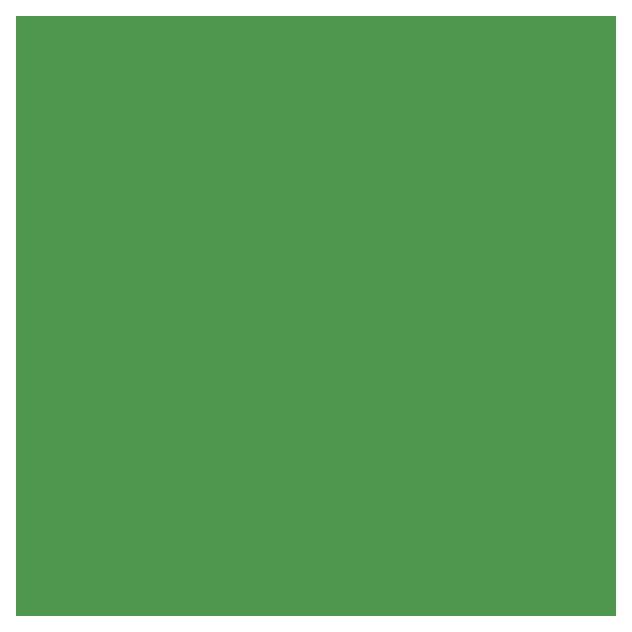
<source format=gbr>
G04 DipTrace 2.2.0.9*
%INBoard.gbr*%
%MOIN*%
%ADD11C,0.006*%
%FSLAX44Y44*%
%SFA1B1*%
%OFA0B0*%
G04*
G70*
G90*
G75*
G01*
%LNBoardPoly*%
%LPD*%
G36*
X-5500Y16000D2*
D11*
X14500D1*
Y36000D1*
X-5500D1*
Y16000D1*
G37*
M02*

</source>
